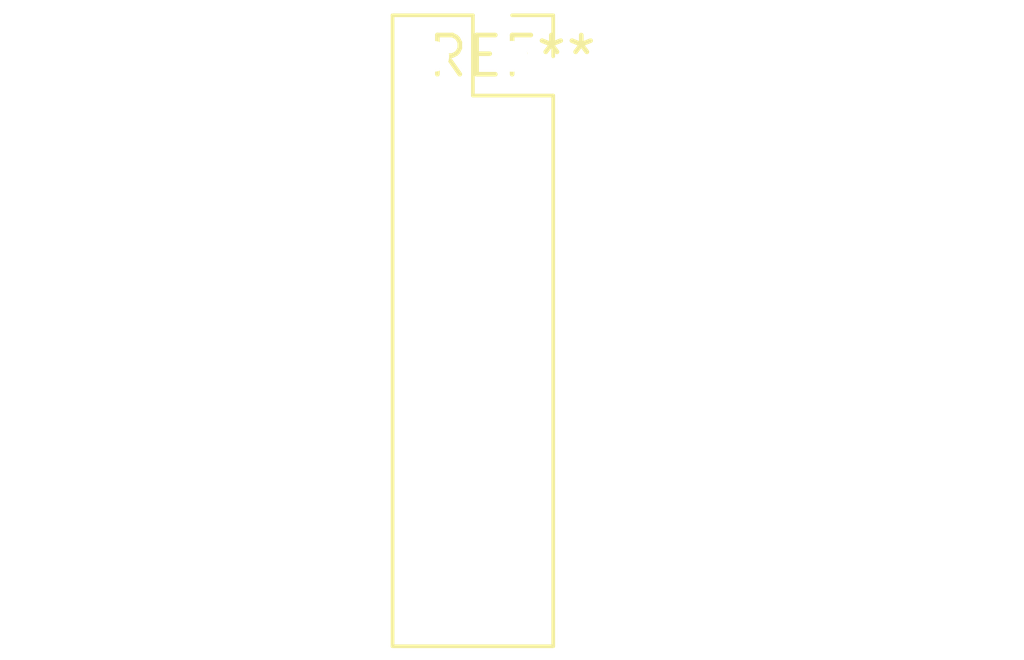
<source format=kicad_pcb>
(kicad_pcb (version 20240108) (generator pcbnew)
  (layers (0 "F.Cu" signal) (31 "B.Cu" signal) (34 "B.Paste" user) (35 "F.Paste" user) (36 "B.SilkS" user "B.Silkscreen") (37 "F.SilkS" user "F.Silkscreen") (38 "B.Mask" user) (39 "F.Mask" user) (44 "Edge.Cuts" user))
  (net 0 "")
  (footprint "PinSocket_2x08_P2.54mm_Vertical" (layer "F.Cu") (at 0 0)
    (property "Reference" "REF**")
    (property "Value" "PinSocket_2x08_P2.54mm_Vertical")
    (fp_line (start -3.87 -1.33) (end -3.87 19.11) (layer "F.SilkS") (stroke (width 0.12)))
    (fp_line (start -3.87 -1.33) (end -1.27 -1.33) (layer "F.SilkS") (stroke (width 0.12)))
    (fp_line (start -3.87 19.11) (end 1.33 19.11) (layer "F.SilkS") (stroke (width 0.12)))
    (fp_line (start -1.27 -1.33) (end -1.27 1.27) (layer "F.SilkS") (stroke (width 0.12)))
    (fp_line (start -1.27 1.27) (end 1.33 1.27) (layer "F.SilkS") (stroke (width 0.12)))
    (fp_line (start 0 -1.33) (end 1.33 -1.33) (layer "F.SilkS") (stroke (width 0.12)))
    (fp_line (start 1.33 -1.33) (end 1.33 0) (layer "F.SilkS") (stroke (width 0.12)))
    (fp_line (start 1.33 1.27) (end 1.33 19.11) (layer "F.SilkS") (stroke (width 0.12)))
    (pad "1" thru_hole rect (at 0 0) (size 1.7 1.7) (drill 1) (layers *.Cu *.Mask) (remove_unused_layers))
    (pad "2" thru_hole oval (at -2.54 0) (size 1.7 1.7) (drill 1) (layers *.Cu *.Mask) (remove_unused_layers))
    (pad "3" thru_hole oval (at 0 2.54) (size 1.7 1.7) (drill 1) (layers *.Cu *.Mask) (remove_unused_layers))
    (pad "4" thru_hole oval (at -2.54 2.54) (size 1.7 1.7) (drill 1) (layers *.Cu *.Mask) (remove_unused_layers))
    (pad "5" thru_hole oval (at 0 5.08) (size 1.7 1.7) (drill 1) (layers *.Cu *.Mask) (remove_unused_layers))
    (pad "6" thru_hole oval (at -2.54 5.08) (size 1.7 1.7) (drill 1) (layers *.Cu *.Mask) (remove_unused_layers))
    (pad "7" thru_hole oval (at 0 7.62) (size 1.7 1.7) (drill 1) (layers *.Cu *.Mask) (remove_unused_layers))
    (pad "8" thru_hole oval (at -2.54 7.62) (size 1.7 1.7) (drill 1) (layers *.Cu *.Mask) (remove_unused_layers))
    (pad "9" thru_hole oval (at 0 10.16) (size 1.7 1.7) (drill 1) (layers *.Cu *.Mask) (remove_unused_layers))
    (pad "10" thru_hole oval (at -2.54 10.16) (size 1.7 1.7) (drill 1) (layers *.Cu *.Mask) (remove_unused_layers))
    (pad "11" thru_hole oval (at 0 12.7) (size 1.7 1.7) (drill 1) (layers *.Cu *.Mask) (remove_unused_layers))
    (pad "12" thru_hole oval (at -2.54 12.7) (size 1.7 1.7) (drill 1) (layers *.Cu *.Mask) (remove_unused_layers))
    (pad "13" thru_hole oval (at 0 15.24) (size 1.7 1.7) (drill 1) (layers *.Cu *.Mask) (remove_unused_layers))
    (pad "14" thru_hole oval (at -2.54 15.24) (size 1.7 1.7) (drill 1) (layers *.Cu *.Mask) (remove_unused_layers))
    (pad "15" thru_hole oval (at 0 17.78) (size 1.7 1.7) (drill 1) (layers *.Cu *.Mask) (remove_unused_layers))
    (pad "16" thru_hole oval (at -2.54 17.78) (size 1.7 1.7) (drill 1) (layers *.Cu *.Mask) (remove_unused_layers))
  )
)
</source>
